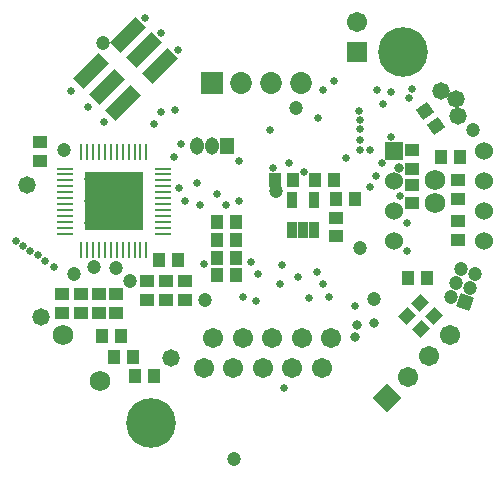
<source format=gbs>
G04*
G04 #@! TF.GenerationSoftware,Altium Limited,Altium Designer,20.0.7 (75)*
G04*
G04 Layer_Color=16711935*
%FSLAX44Y44*%
%MOMM*%
G71*
G01*
G75*
%ADD26R,1.1684X1.0668*%
%ADD27R,1.0668X1.1684*%
%ADD31R,1.2032X1.4732*%
%ADD32O,1.2032X1.4732*%
%ADD33C,1.7032*%
%ADD34R,1.7032X1.7032*%
%ADD35C,1.7272*%
%ADD36R,1.8532X1.8532*%
%ADD37C,1.8532*%
%ADD38P,1.7016X4X385.0*%
%ADD39C,1.2032*%
%ADD40R,1.5240X1.5240*%
%ADD41C,1.5240*%
%ADD42C,4.2032*%
%ADD43P,2.4087X4X90.0*%
%ADD44C,1.4732*%
%ADD45C,0.6532*%
%ADD46C,0.8032*%
%ADD99R,1.4732X0.2286*%
%ADD100R,0.2286X1.4732*%
%ADD101R,5.0038X5.0038*%
G04:AMPARAMS|DCode=103|XSize=3.0032mm|YSize=1.2032mm|CornerRadius=0mm|HoleSize=0mm|Usage=FLASHONLY|Rotation=45.000|XOffset=0mm|YOffset=0mm|HoleType=Round|Shape=Rectangle|*
%AMROTATEDRECTD103*
4,1,4,-0.6364,-1.4872,-1.4872,-0.6364,0.6364,1.4872,1.4872,0.6364,-0.6364,-1.4872,0.0*
%
%ADD103ROTATEDRECTD103*%

G04:AMPARAMS|DCode=104|XSize=1.0668mm|YSize=1.1684mm|CornerRadius=0mm|HoleSize=0mm|Usage=FLASHONLY|Rotation=135.000|XOffset=0mm|YOffset=0mm|HoleType=Round|Shape=Rectangle|*
%AMROTATEDRECTD104*
4,1,4,0.7903,0.0359,-0.0359,-0.7903,-0.7903,-0.0359,0.0359,0.7903,0.7903,0.0359,0.0*
%
%ADD104ROTATEDRECTD104*%

G04:AMPARAMS|DCode=105|XSize=1.0668mm|YSize=1.1684mm|CornerRadius=0mm|HoleSize=0mm|Usage=FLASHONLY|Rotation=125.000|XOffset=0mm|YOffset=0mm|HoleType=Round|Shape=Rectangle|*
%AMROTATEDRECTD105*
4,1,4,0.7845,-0.1018,-0.1726,-0.7720,-0.7845,0.1018,0.1726,0.7720,0.7845,-0.1018,0.0*
%
%ADD105ROTATEDRECTD105*%

%ADD106R,0.8532X1.4532*%
D26*
X130000Y46999D02*
D03*
Y63001D02*
D03*
Y17999D02*
D03*
Y34001D02*
D03*
X-185000Y70001D02*
D03*
Y53999D02*
D03*
X-135000Y-58999D02*
D03*
Y-75001D02*
D03*
X66000Y-10001D02*
D03*
Y6001D02*
D03*
X169000Y3001D02*
D03*
Y-13001D02*
D03*
X169000Y21999D02*
D03*
Y38001D02*
D03*
X-78000Y-47999D02*
D03*
Y-64001D02*
D03*
X-166000Y-58999D02*
D03*
Y-75001D02*
D03*
X-150000Y-58999D02*
D03*
Y-75001D02*
D03*
X-120000Y-58999D02*
D03*
Y-75001D02*
D03*
X-94000Y-64001D02*
D03*
Y-47999D02*
D03*
X-62000Y-47999D02*
D03*
Y-64001D02*
D03*
D27*
X126999Y-45000D02*
D03*
X143001Y-45000D02*
D03*
X-35000Y2000D02*
D03*
X-18998D02*
D03*
X-115999Y-94000D02*
D03*
X-132001D02*
D03*
X-105999Y-112000D02*
D03*
X-122001D02*
D03*
X-87999Y-128000D02*
D03*
X-104001D02*
D03*
X-35000Y-13000D02*
D03*
X-18998D02*
D03*
X-18999Y-43000D02*
D03*
X-35001D02*
D03*
X-67999Y-30000D02*
D03*
X-84001D02*
D03*
X-18998Y-28000D02*
D03*
X-35000D02*
D03*
X171001Y57000D02*
D03*
X154999D02*
D03*
X64000Y38000D02*
D03*
X47998D02*
D03*
X65999Y22000D02*
D03*
X82001D02*
D03*
X30001Y38000D02*
D03*
X13999D02*
D03*
D31*
X-26600Y66300D02*
D03*
D32*
X-39300D02*
D03*
X-52000D02*
D03*
D33*
X84000Y172000D02*
D03*
X54000Y-121000D02*
D03*
X29000D02*
D03*
X4000D02*
D03*
X-21000D02*
D03*
X-46000D02*
D03*
X162882Y-93118D02*
D03*
X144921Y-111079D02*
D03*
X126960Y-129039D02*
D03*
X62000Y-96000D02*
D03*
X37000D02*
D03*
X12000D02*
D03*
X-13000D02*
D03*
X-38000D02*
D03*
D34*
X84000Y146600D02*
D03*
D35*
X150000Y38000D02*
D03*
Y18000D02*
D03*
X-165462Y-93300D02*
D03*
X-133996Y-132157D02*
D03*
D36*
X-39000Y120000D02*
D03*
D37*
X-14000D02*
D03*
X11000D02*
D03*
X36000D02*
D03*
D38*
X175313Y-65868D02*
D03*
D39*
X163379Y-61525D02*
D03*
X179656Y-53934D02*
D03*
X184000Y-42000D02*
D03*
X172066Y-37656D02*
D03*
X167722Y-49591D02*
D03*
X182000Y80000D02*
D03*
X-103000Y39000D02*
D03*
X-120000D02*
D03*
X-141000D02*
D03*
Y20000D02*
D03*
X-103000D02*
D03*
X-120000D02*
D03*
Y1000D02*
D03*
X-103000D02*
D03*
X-141000D02*
D03*
X-119850Y-37000D02*
D03*
X-108000Y-48000D02*
D03*
X98148Y-63099D02*
D03*
X-156000Y-42000D02*
D03*
X-139000Y-36000D02*
D03*
X-45000Y-64000D02*
D03*
X-20000Y-198000D02*
D03*
X32000Y99000D02*
D03*
X-131000Y154000D02*
D03*
X86000Y-20000D02*
D03*
X-164000Y63000D02*
D03*
X15500Y28164D02*
D03*
D40*
X114800Y62200D02*
D03*
D41*
Y36800D02*
D03*
Y11400D02*
D03*
Y-14000D02*
D03*
X191000D02*
D03*
Y11400D02*
D03*
Y36800D02*
D03*
Y62200D02*
D03*
D42*
X-91000Y-168000D02*
D03*
X123000Y146000D02*
D03*
D43*
X109000Y-147000D02*
D03*
D44*
X155000Y113000D02*
D03*
X168018Y106612D02*
D03*
X169569Y92193D02*
D03*
X-74000Y-113000D02*
D03*
X-184000Y-78000D02*
D03*
X-196000Y34000D02*
D03*
D45*
X112725Y74000D02*
D03*
X126000Y1000D02*
D03*
X130000Y115000D02*
D03*
X128000Y107000D02*
D03*
X113000Y112000D02*
D03*
X100712Y114000D02*
D03*
X120000Y24000D02*
D03*
X126000Y-22000D02*
D03*
X55000Y114000D02*
D03*
X-52000Y35000D02*
D03*
X10000Y80000D02*
D03*
X-46000Y-33000D02*
D03*
X-88022Y85478D02*
D03*
X22000Y-138000D02*
D03*
X85575Y96000D02*
D03*
X106000Y102000D02*
D03*
X86000Y89000D02*
D03*
X43000Y-62000D02*
D03*
X82000Y-69000D02*
D03*
X55000Y-50000D02*
D03*
X50000Y-40000D02*
D03*
X26000Y52000D02*
D03*
X39000Y45000D02*
D03*
X74683Y56683D02*
D03*
X-16000Y54000D02*
D03*
X13000Y48000D02*
D03*
X-35000Y26000D02*
D03*
X95000Y32000D02*
D03*
X100250Y41250D02*
D03*
X105000Y52000D02*
D03*
X-13000Y-61000D02*
D03*
X-6000Y-32000D02*
D03*
X0Y-42000D02*
D03*
X-2000Y-65000D02*
D03*
X-16000Y20000D02*
D03*
X-27000Y17000D02*
D03*
X-67000Y31000D02*
D03*
X-49000Y17000D02*
D03*
X-65000Y68000D02*
D03*
X-71000Y57000D02*
D03*
X-70000Y97000D02*
D03*
X-62000Y20000D02*
D03*
X60000Y-61000D02*
D03*
X95000Y63000D02*
D03*
X51000Y90000D02*
D03*
X86000Y81000D02*
D03*
Y72000D02*
D03*
Y63000D02*
D03*
X19000Y-50336D02*
D03*
X34000Y-44000D02*
D03*
X20000Y-34000D02*
D03*
X-130130Y87000D02*
D03*
X-144000Y100000D02*
D03*
X-158000Y112870D02*
D03*
X-96000Y175000D02*
D03*
X-82000Y162000D02*
D03*
X-68000Y148000D02*
D03*
X-173000Y-36000D02*
D03*
X-180000Y-31000D02*
D03*
X-186000Y-26000D02*
D03*
X-193000Y-22000D02*
D03*
X-199000Y-18000D02*
D03*
X-205000Y-14000D02*
D03*
X-82000Y95000D02*
D03*
X64000Y122000D02*
D03*
D46*
X119000Y48000D02*
D03*
X98000Y-83000D02*
D03*
X84000Y-85000D02*
D03*
X82000Y-95000D02*
D03*
D99*
X-163148Y-7500D02*
D03*
Y-2500D02*
D03*
Y2500D02*
D03*
Y7500D02*
D03*
Y12500D02*
D03*
Y17500D02*
D03*
Y22500D02*
D03*
Y27500D02*
D03*
Y32500D02*
D03*
Y37500D02*
D03*
Y42500D02*
D03*
Y47500D02*
D03*
X-80852D02*
D03*
Y42500D02*
D03*
Y37500D02*
D03*
Y32500D02*
D03*
Y27500D02*
D03*
Y22500D02*
D03*
Y17500D02*
D03*
Y12500D02*
D03*
Y7500D02*
D03*
Y2500D02*
D03*
Y-2500D02*
D03*
Y-7500D02*
D03*
D100*
X-149500Y61148D02*
D03*
X-144500D02*
D03*
X-139500D02*
D03*
X-134500D02*
D03*
X-129500D02*
D03*
X-124500D02*
D03*
X-119500D02*
D03*
X-114500D02*
D03*
X-109500D02*
D03*
X-104500D02*
D03*
X-99500D02*
D03*
X-94500D02*
D03*
Y-21148D02*
D03*
X-99500D02*
D03*
X-104500D02*
D03*
X-109500D02*
D03*
X-114500D02*
D03*
X-119500D02*
D03*
X-124500D02*
D03*
X-129500D02*
D03*
X-134500D02*
D03*
X-139500D02*
D03*
X-144500D02*
D03*
X-149500D02*
D03*
D101*
X-122000Y20000D02*
D03*
D103*
X-109879Y160991D02*
D03*
X-140991Y129879D02*
D03*
X-96444Y147556D02*
D03*
X-127556Y116444D02*
D03*
X-83009Y134121D02*
D03*
X-114121Y103009D02*
D03*
D104*
X137658Y-88658D02*
D03*
X126343Y-77342D02*
D03*
X137343Y-66342D02*
D03*
X148657Y-77658D02*
D03*
D105*
X141411Y96554D02*
D03*
X150589Y83446D02*
D03*
D106*
X47400Y-4500D02*
D03*
X38000D02*
D03*
X28600D02*
D03*
Y20500D02*
D03*
X47400D02*
D03*
M02*

</source>
